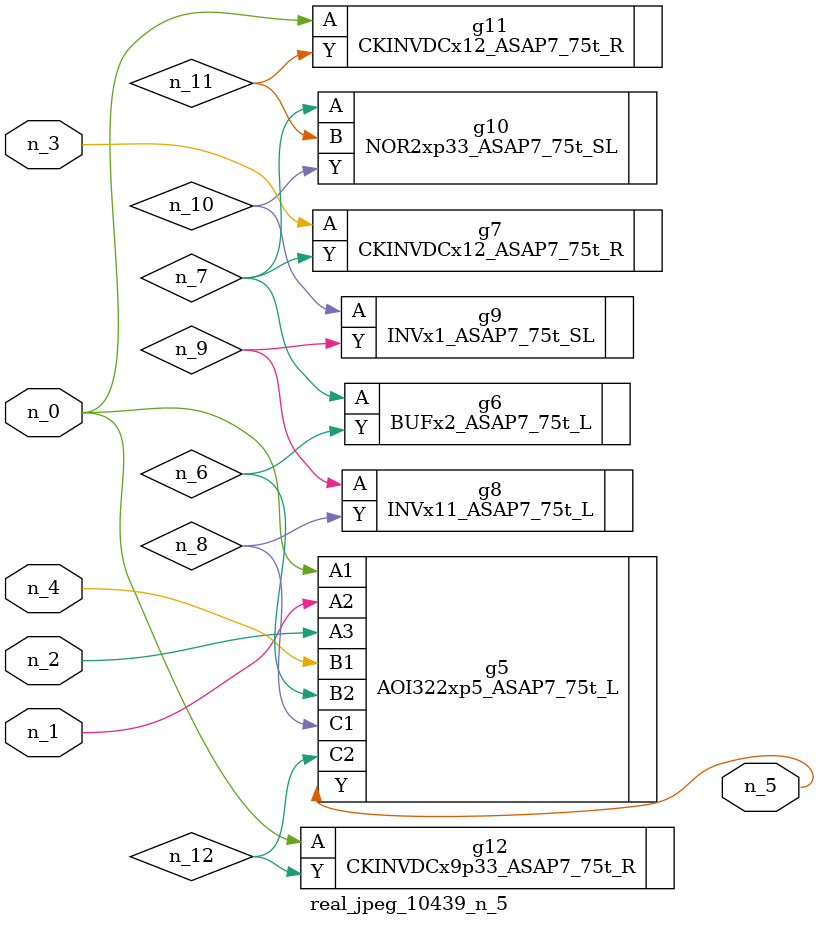
<source format=v>
module real_jpeg_10439_n_5 (n_4, n_0, n_1, n_2, n_3, n_5);

input n_4;
input n_0;
input n_1;
input n_2;
input n_3;

output n_5;

wire n_12;
wire n_8;
wire n_11;
wire n_6;
wire n_7;
wire n_10;
wire n_9;

AOI322xp5_ASAP7_75t_L g5 ( 
.A1(n_0),
.A2(n_1),
.A3(n_2),
.B1(n_4),
.B2(n_6),
.C1(n_8),
.C2(n_12),
.Y(n_5)
);

CKINVDCx12_ASAP7_75t_R g11 ( 
.A(n_0),
.Y(n_11)
);

CKINVDCx9p33_ASAP7_75t_R g12 ( 
.A(n_0),
.Y(n_12)
);

CKINVDCx12_ASAP7_75t_R g7 ( 
.A(n_3),
.Y(n_7)
);

BUFx2_ASAP7_75t_L g6 ( 
.A(n_7),
.Y(n_6)
);

NOR2xp33_ASAP7_75t_SL g10 ( 
.A(n_7),
.B(n_11),
.Y(n_10)
);

INVx11_ASAP7_75t_L g8 ( 
.A(n_9),
.Y(n_8)
);

INVx1_ASAP7_75t_SL g9 ( 
.A(n_10),
.Y(n_9)
);


endmodule
</source>
